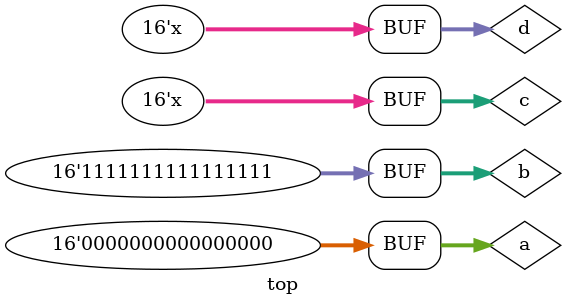
<source format=sv>


/*
:name: integers-left-padding-bit
:description: Automatic left padding of literal numbers using single-bit value
:tags: 5.7.1
*/
module top();
  logic [15:0] a, b, c, d;

  initial begin
    a = '0; // sets all 16 bits to 0
//      ^^ constant.numeric.unbased-unsized.sv
    b = '1; // sets all 16 bits to 1
//      ^^ constant.numeric.unbased-unsized.sv
    c = 'x; // sets all 16 bits to x
//      ^^ constant.numeric.unbased-unsized.sv
    d = 'z; // sets all 16 bits to z
//      ^^ constant.numeric.unbased-unsized.sv
  end

endmodule

</source>
